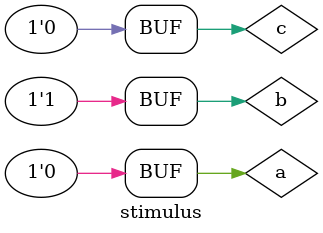
<source format=v>
`timescale 1ns / 1ps
module stimulus;
	// Inputs
	reg a;
	reg b;
	reg c;
	// Outputs
	wire y;
	// Instantiate the Unit Under Test (UUT)
	and3_gate uut (
		a, 
		b, 
		c,
		y
	);
 
	initial begin
	$dumpfile("tb_and3_gate.vcd");
    $dumpvars(0,stimulus);
		// Initialize Inputs
		a = 0;
		b = 0;
		c = 0;
 
	#20 a = 1;
	#20 b = 1;
	#20 c = 1;	
	#20 a = 0;
	#20 b = 0; c = 0;
	#20 b = 1;
	#20;
 
	end  
 
	initial begin
		$monitor("t=%3d a=%d,b=%d,c=%d,y=%d \n",$time,a,b,c,y, );
	end
 
endmodule
 
 

</source>
